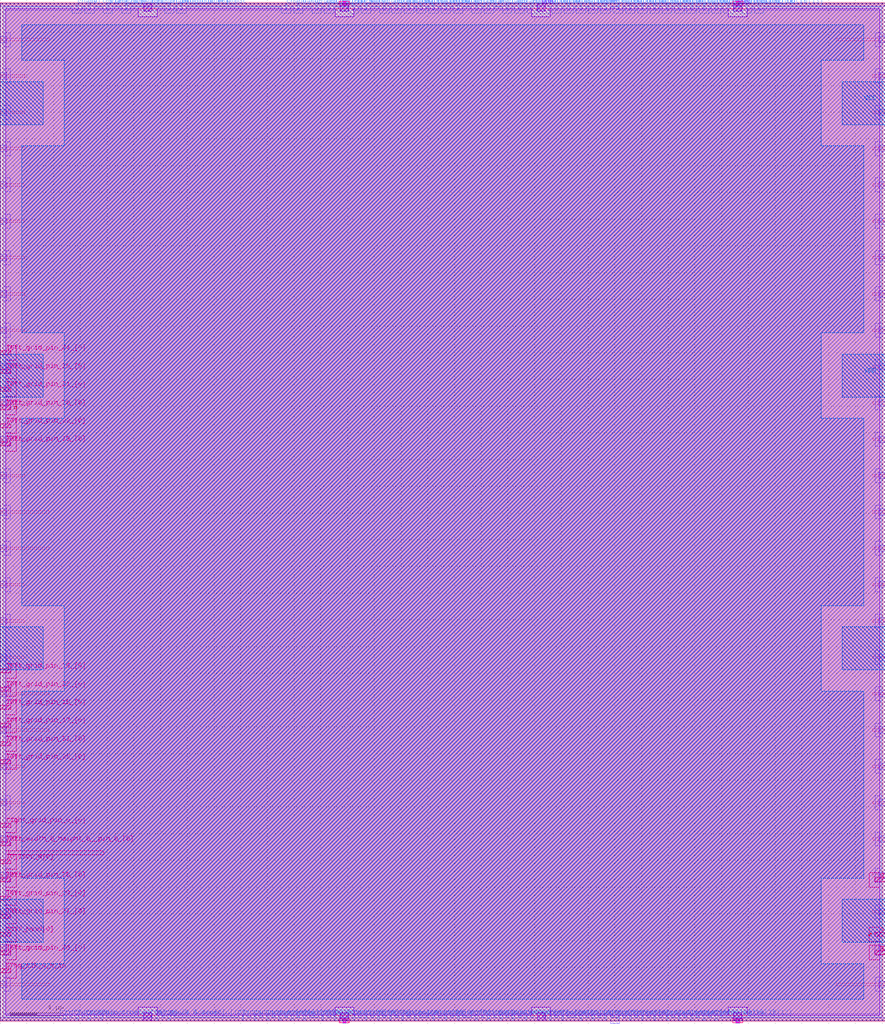
<source format=lef>
VERSION 5.7 ;
BUSBITCHARS "[]" ;

UNITS
  DATABASE MICRONS 1000 ;
END UNITS

MANUFACTURINGGRID 0.005 ;

LAYER li1
  TYPE ROUTING ;
  DIRECTION VERTICAL ;
  PITCH 0.46 ;
  WIDTH 0.17 ;
END li1

LAYER mcon
  TYPE CUT ;
END mcon

LAYER met1
  TYPE ROUTING ;
  DIRECTION HORIZONTAL ;
  PITCH 0.34 ;
  WIDTH 0.14 ;
END met1

LAYER via
  TYPE CUT ;
END via

LAYER met2
  TYPE ROUTING ;
  DIRECTION VERTICAL ;
  PITCH 0.46 ;
  WIDTH 0.14 ;
END met2

LAYER via2
  TYPE CUT ;
END via2

LAYER met3
  TYPE ROUTING ;
  DIRECTION HORIZONTAL ;
  PITCH 0.68 ;
  WIDTH 0.3 ;
END met3

LAYER via3
  TYPE CUT ;
END via3

LAYER met4
  TYPE ROUTING ;
  DIRECTION VERTICAL ;
  PITCH 0.92 ;
  WIDTH 0.3 ;
END met4

LAYER via4
  TYPE CUT ;
END via4

LAYER met5
  TYPE ROUTING ;
  DIRECTION HORIZONTAL ;
  PITCH 3.4 ;
  WIDTH 1.6 ;
END met5

LAYER nwell
  TYPE MASTERSLICE ;
END nwell

LAYER pwell
  TYPE MASTERSLICE ;
END pwell

LAYER OVERLAP
  TYPE OVERLAP ;
END OVERLAP

VIA L1M1_PR
  LAYER li1 ;
    RECT -0.085 -0.085 0.085 0.085 ;
  LAYER mcon ;
    RECT -0.085 -0.085 0.085 0.085 ;
  LAYER met1 ;
    RECT -0.145 -0.115 0.145 0.115 ;
END L1M1_PR

VIA L1M1_PR_R
  LAYER li1 ;
    RECT -0.085 -0.085 0.085 0.085 ;
  LAYER mcon ;
    RECT -0.085 -0.085 0.085 0.085 ;
  LAYER met1 ;
    RECT -0.115 -0.145 0.115 0.145 ;
END L1M1_PR_R

VIA L1M1_PR_M
  LAYER li1 ;
    RECT -0.085 -0.085 0.085 0.085 ;
  LAYER mcon ;
    RECT -0.085 -0.085 0.085 0.085 ;
  LAYER met1 ;
    RECT -0.115 -0.145 0.115 0.145 ;
END L1M1_PR_M

VIA L1M1_PR_MR
  LAYER li1 ;
    RECT -0.085 -0.085 0.085 0.085 ;
  LAYER mcon ;
    RECT -0.085 -0.085 0.085 0.085 ;
  LAYER met1 ;
    RECT -0.145 -0.115 0.145 0.115 ;
END L1M1_PR_MR

VIA L1M1_PR_C
  LAYER li1 ;
    RECT -0.085 -0.085 0.085 0.085 ;
  LAYER mcon ;
    RECT -0.085 -0.085 0.085 0.085 ;
  LAYER met1 ;
    RECT -0.145 -0.145 0.145 0.145 ;
END L1M1_PR_C

VIA M1M2_PR
  LAYER met1 ;
    RECT -0.16 -0.13 0.16 0.13 ;
  LAYER via ;
    RECT -0.075 -0.075 0.075 0.075 ;
  LAYER met2 ;
    RECT -0.13 -0.16 0.13 0.16 ;
END M1M2_PR

VIA M1M2_PR_Enc
  LAYER met1 ;
    RECT -0.16 -0.13 0.16 0.13 ;
  LAYER via ;
    RECT -0.075 -0.075 0.075 0.075 ;
  LAYER met2 ;
    RECT -0.16 -0.13 0.16 0.13 ;
END M1M2_PR_Enc

VIA M1M2_PR_R
  LAYER met1 ;
    RECT -0.13 -0.16 0.13 0.16 ;
  LAYER via ;
    RECT -0.075 -0.075 0.075 0.075 ;
  LAYER met2 ;
    RECT -0.16 -0.13 0.16 0.13 ;
END M1M2_PR_R

VIA M1M2_PR_R_Enc
  LAYER met1 ;
    RECT -0.13 -0.16 0.13 0.16 ;
  LAYER via ;
    RECT -0.075 -0.075 0.075 0.075 ;
  LAYER met2 ;
    RECT -0.13 -0.16 0.13 0.16 ;
END M1M2_PR_R_Enc

VIA M1M2_PR_M
  LAYER met1 ;
    RECT -0.16 -0.13 0.16 0.13 ;
  LAYER via ;
    RECT -0.075 -0.075 0.075 0.075 ;
  LAYER met2 ;
    RECT -0.16 -0.13 0.16 0.13 ;
END M1M2_PR_M

VIA M1M2_PR_M_Enc
  LAYER met1 ;
    RECT -0.16 -0.13 0.16 0.13 ;
  LAYER via ;
    RECT -0.075 -0.075 0.075 0.075 ;
  LAYER met2 ;
    RECT -0.13 -0.16 0.13 0.16 ;
END M1M2_PR_M_Enc

VIA M1M2_PR_MR
  LAYER met1 ;
    RECT -0.13 -0.16 0.13 0.16 ;
  LAYER via ;
    RECT -0.075 -0.075 0.075 0.075 ;
  LAYER met2 ;
    RECT -0.13 -0.16 0.13 0.16 ;
END M1M2_PR_MR

VIA M1M2_PR_MR_Enc
  LAYER met1 ;
    RECT -0.13 -0.16 0.13 0.16 ;
  LAYER via ;
    RECT -0.075 -0.075 0.075 0.075 ;
  LAYER met2 ;
    RECT -0.16 -0.13 0.16 0.13 ;
END M1M2_PR_MR_Enc

VIA M1M2_PR_C
  LAYER met1 ;
    RECT -0.16 -0.16 0.16 0.16 ;
  LAYER via ;
    RECT -0.075 -0.075 0.075 0.075 ;
  LAYER met2 ;
    RECT -0.16 -0.16 0.16 0.16 ;
END M1M2_PR_C

VIA M2M3_PR
  LAYER met2 ;
    RECT -0.14 -0.185 0.14 0.185 ;
  LAYER via2 ;
    RECT -0.1 -0.1 0.1 0.1 ;
  LAYER met3 ;
    RECT -0.165 -0.165 0.165 0.165 ;
END M2M3_PR

VIA M2M3_PR_R
  LAYER met2 ;
    RECT -0.185 -0.14 0.185 0.14 ;
  LAYER via2 ;
    RECT -0.1 -0.1 0.1 0.1 ;
  LAYER met3 ;
    RECT -0.165 -0.165 0.165 0.165 ;
END M2M3_PR_R

VIA M2M3_PR_M
  LAYER met2 ;
    RECT -0.14 -0.185 0.14 0.185 ;
  LAYER via2 ;
    RECT -0.1 -0.1 0.1 0.1 ;
  LAYER met3 ;
    RECT -0.165 -0.165 0.165 0.165 ;
END M2M3_PR_M

VIA M2M3_PR_MR
  LAYER met2 ;
    RECT -0.185 -0.14 0.185 0.14 ;
  LAYER via2 ;
    RECT -0.1 -0.1 0.1 0.1 ;
  LAYER met3 ;
    RECT -0.165 -0.165 0.165 0.165 ;
END M2M3_PR_MR

VIA M2M3_PR_C
  LAYER met2 ;
    RECT -0.185 -0.185 0.185 0.185 ;
  LAYER via2 ;
    RECT -0.1 -0.1 0.1 0.1 ;
  LAYER met3 ;
    RECT -0.165 -0.165 0.165 0.165 ;
END M2M3_PR_C

VIA M3M4_PR
  LAYER met3 ;
    RECT -0.19 -0.16 0.19 0.16 ;
  LAYER via3 ;
    RECT -0.1 -0.1 0.1 0.1 ;
  LAYER met4 ;
    RECT -0.165 -0.165 0.165 0.165 ;
END M3M4_PR

VIA M3M4_PR_R
  LAYER met3 ;
    RECT -0.16 -0.19 0.16 0.19 ;
  LAYER via3 ;
    RECT -0.1 -0.1 0.1 0.1 ;
  LAYER met4 ;
    RECT -0.165 -0.165 0.165 0.165 ;
END M3M4_PR_R

VIA M3M4_PR_M
  LAYER met3 ;
    RECT -0.19 -0.16 0.19 0.16 ;
  LAYER via3 ;
    RECT -0.1 -0.1 0.1 0.1 ;
  LAYER met4 ;
    RECT -0.165 -0.165 0.165 0.165 ;
END M3M4_PR_M

VIA M3M4_PR_MR
  LAYER met3 ;
    RECT -0.16 -0.19 0.16 0.19 ;
  LAYER via3 ;
    RECT -0.1 -0.1 0.1 0.1 ;
  LAYER met4 ;
    RECT -0.165 -0.165 0.165 0.165 ;
END M3M4_PR_MR

VIA M3M4_PR_C
  LAYER met3 ;
    RECT -0.19 -0.19 0.19 0.19 ;
  LAYER via3 ;
    RECT -0.1 -0.1 0.1 0.1 ;
  LAYER met4 ;
    RECT -0.165 -0.165 0.165 0.165 ;
END M3M4_PR_C

VIA M4M5_PR
  LAYER met4 ;
    RECT -0.59 -0.59 0.59 0.59 ;
  LAYER via4 ;
    RECT -0.4 -0.4 0.4 0.4 ;
  LAYER met5 ;
    RECT -0.71 -0.71 0.71 0.71 ;
END M4M5_PR

VIA M4M5_PR_R
  LAYER met4 ;
    RECT -0.59 -0.59 0.59 0.59 ;
  LAYER via4 ;
    RECT -0.4 -0.4 0.4 0.4 ;
  LAYER met5 ;
    RECT -0.71 -0.71 0.71 0.71 ;
END M4M5_PR_R

VIA M4M5_PR_M
  LAYER met4 ;
    RECT -0.59 -0.59 0.59 0.59 ;
  LAYER via4 ;
    RECT -0.4 -0.4 0.4 0.4 ;
  LAYER met5 ;
    RECT -0.71 -0.71 0.71 0.71 ;
END M4M5_PR_M

VIA M4M5_PR_MR
  LAYER met4 ;
    RECT -0.59 -0.59 0.59 0.59 ;
  LAYER via4 ;
    RECT -0.4 -0.4 0.4 0.4 ;
  LAYER met5 ;
    RECT -0.71 -0.71 0.71 0.71 ;
END M4M5_PR_MR

VIA M4M5_PR_C
  LAYER met4 ;
    RECT -0.59 -0.59 0.59 0.59 ;
  LAYER via4 ;
    RECT -0.4 -0.4 0.4 0.4 ;
  LAYER met5 ;
    RECT -0.71 -0.71 0.71 0.71 ;
END M4M5_PR_C

SITE unit
  CLASS CORE ;
  SYMMETRY Y ;
  SIZE 0.46 BY 2.72 ;
END unit

SITE unithddbl
  CLASS CORE ;
  SIZE 0.46 BY 5.44 ;
END unithddbl

MACRO cby_2__1_
  CLASS BLOCK ;
  ORIGIN 0 0 ;
  SIZE 66.24 BY 76.16 ;
  SYMMETRY X Y ;
  PIN chany_bottom_in[0]
    DIRECTION INPUT ;
    USE SIGNAL ;
    PORT
      LAYER met2 ;
        RECT 50.76 0 50.9 0.485 ;
    END
  END chany_bottom_in[0]
  PIN chany_bottom_in[1]
    DIRECTION INPUT ;
    USE SIGNAL ;
    PORT
      LAYER met2 ;
        RECT 18.1 0 18.24 0.485 ;
    END
  END chany_bottom_in[1]
  PIN chany_bottom_in[2]
    DIRECTION INPUT ;
    USE SIGNAL ;
    PORT
      LAYER met2 ;
        RECT 49.84 0 49.98 0.485 ;
    END
  END chany_bottom_in[2]
  PIN chany_bottom_in[3]
    DIRECTION INPUT ;
    USE SIGNAL ;
    PORT
      LAYER met2 ;
        RECT 51.68 0 51.82 0.485 ;
    END
  END chany_bottom_in[3]
  PIN chany_bottom_in[4]
    DIRECTION INPUT ;
    USE SIGNAL ;
    PORT
      LAYER met2 ;
        RECT 34.2 0 34.34 0.485 ;
    END
  END chany_bottom_in[4]
  PIN chany_bottom_in[5]
    DIRECTION INPUT ;
    USE SIGNAL ;
    PORT
      LAYER met2 ;
        RECT 20.86 0 21 0.485 ;
    END
  END chany_bottom_in[5]
  PIN chany_bottom_in[6]
    DIRECTION INPUT ;
    USE SIGNAL ;
    PORT
      LAYER met2 ;
        RECT 29.14 0 29.28 0.485 ;
    END
  END chany_bottom_in[6]
  PIN chany_bottom_in[7]
    DIRECTION INPUT ;
    USE SIGNAL ;
    PORT
      LAYER met2 ;
        RECT 52.6 0 52.74 0.485 ;
    END
  END chany_bottom_in[7]
  PIN chany_bottom_in[8]
    DIRECTION INPUT ;
    USE SIGNAL ;
    PORT
      LAYER met2 ;
        RECT 41.1 0 41.24 0.485 ;
    END
  END chany_bottom_in[8]
  PIN chany_bottom_in[9]
    DIRECTION INPUT ;
    USE SIGNAL ;
    PORT
      LAYER met2 ;
        RECT 30.06 0 30.2 0.485 ;
    END
  END chany_bottom_in[9]
  PIN chany_bottom_in[10]
    DIRECTION INPUT ;
    USE SIGNAL ;
    PORT
      LAYER met2 ;
        RECT 21.78 0 21.92 0.485 ;
    END
  END chany_bottom_in[10]
  PIN chany_bottom_in[11]
    DIRECTION INPUT ;
    USE SIGNAL ;
    PORT
      LAYER met2 ;
        RECT 35.58 0 35.72 0.485 ;
    END
  END chany_bottom_in[11]
  PIN chany_bottom_in[12]
    DIRECTION INPUT ;
    USE SIGNAL ;
    PORT
      LAYER met2 ;
        RECT 12.58 0 12.72 0.485 ;
    END
  END chany_bottom_in[12]
  PIN chany_bottom_in[13]
    DIRECTION INPUT ;
    USE SIGNAL ;
    PORT
      LAYER met2 ;
        RECT 53.52 0 53.66 0.485 ;
    END
  END chany_bottom_in[13]
  PIN chany_bottom_in[14]
    DIRECTION INPUT ;
    USE SIGNAL ;
    PORT
      LAYER met2 ;
        RECT 25 0 25.14 0.485 ;
    END
  END chany_bottom_in[14]
  PIN chany_bottom_in[15]
    DIRECTION INPUT ;
    USE SIGNAL ;
    PORT
      LAYER met2 ;
        RECT 24.08 0 24.22 0.485 ;
    END
  END chany_bottom_in[15]
  PIN chany_bottom_in[16]
    DIRECTION INPUT ;
    USE SIGNAL ;
    PORT
      LAYER met2 ;
        RECT 6.6 0 6.74 0.485 ;
    END
  END chany_bottom_in[16]
  PIN chany_bottom_in[17]
    DIRECTION INPUT ;
    USE SIGNAL ;
    PORT
      LAYER met2 ;
        RECT 46.16 0 46.3 0.485 ;
    END
  END chany_bottom_in[17]
  PIN chany_bottom_in[18]
    DIRECTION INPUT ;
    USE SIGNAL ;
    PORT
      LAYER met2 ;
        RECT 7.52 0 7.66 0.485 ;
    END
  END chany_bottom_in[18]
  PIN chany_bottom_in[19]
    DIRECTION INPUT ;
    USE SIGNAL ;
    PORT
      LAYER met2 ;
        RECT 45.24 0 45.38 0.485 ;
    END
  END chany_bottom_in[19]
  PIN chany_top_in[0]
    DIRECTION INPUT ;
    USE SIGNAL ;
    PORT
      LAYER met2 ;
        RECT 12.58 75.675 12.72 76.16 ;
    END
  END chany_top_in[0]
  PIN chany_top_in[1]
    DIRECTION INPUT ;
    USE SIGNAL ;
    PORT
      LAYER met2 ;
        RECT 48.92 75.675 49.06 76.16 ;
    END
  END chany_top_in[1]
  PIN chany_top_in[2]
    DIRECTION INPUT ;
    USE SIGNAL ;
    PORT
      LAYER met2 ;
        RECT 5.68 75.675 5.82 76.16 ;
    END
  END chany_top_in[2]
  PIN chany_top_in[3]
    DIRECTION INPUT ;
    USE SIGNAL ;
    PORT
      LAYER met2 ;
        RECT 36.5 75.675 36.64 76.16 ;
    END
  END chany_top_in[3]
  PIN chany_top_in[4]
    DIRECTION INPUT ;
    USE SIGNAL ;
    PORT
      LAYER met2 ;
        RECT 39.72 75.675 39.86 76.16 ;
    END
  END chany_top_in[4]
  PIN chany_top_in[5]
    DIRECTION INPUT ;
    USE SIGNAL ;
    PORT
      LAYER met2 ;
        RECT 23.62 75.675 23.76 76.16 ;
    END
  END chany_top_in[5]
  PIN chany_top_in[6]
    DIRECTION INPUT ;
    USE SIGNAL ;
    PORT
      LAYER met2 ;
        RECT 41.56 75.675 41.7 76.16 ;
    END
  END chany_top_in[6]
  PIN chany_top_in[7]
    DIRECTION INPUT ;
    USE SIGNAL ;
    PORT
      LAYER met2 ;
        RECT 42.48 75.675 42.62 76.16 ;
    END
  END chany_top_in[7]
  PIN chany_top_in[8]
    DIRECTION INPUT ;
    USE SIGNAL ;
    PORT
      LAYER met2 ;
        RECT 33.28 75.675 33.42 76.16 ;
    END
  END chany_top_in[8]
  PIN chany_top_in[9]
    DIRECTION INPUT ;
    USE SIGNAL ;
    PORT
      LAYER met2 ;
        RECT 24.54 75.675 24.68 76.16 ;
    END
  END chany_top_in[9]
  PIN chany_top_in[10]
    DIRECTION INPUT ;
    USE SIGNAL ;
    PORT
      LAYER met2 ;
        RECT 9.36 75.675 9.5 76.16 ;
    END
  END chany_top_in[10]
  PIN chany_top_in[11]
    DIRECTION INPUT ;
    USE SIGNAL ;
    PORT
      LAYER met2 ;
        RECT 35.58 75.675 35.72 76.16 ;
    END
  END chany_top_in[11]
  PIN chany_top_in[12]
    DIRECTION INPUT ;
    USE SIGNAL ;
    PORT
      LAYER met2 ;
        RECT 34.2 75.675 34.34 76.16 ;
    END
  END chany_top_in[12]
  PIN chany_top_in[13]
    DIRECTION INPUT ;
    USE SIGNAL ;
    PORT
      LAYER met2 ;
        RECT 56.74 75.675 56.88 76.16 ;
    END
  END chany_top_in[13]
  PIN chany_top_in[14]
    DIRECTION INPUT ;
    USE SIGNAL ;
    PORT
      LAYER met2 ;
        RECT 30.52 75.675 30.66 76.16 ;
    END
  END chany_top_in[14]
  PIN chany_top_in[15]
    DIRECTION INPUT ;
    USE SIGNAL ;
    PORT
      LAYER met2 ;
        RECT 32.36 75.675 32.5 76.16 ;
    END
  END chany_top_in[15]
  PIN chany_top_in[16]
    DIRECTION INPUT ;
    USE SIGNAL ;
    PORT
      LAYER met2 ;
        RECT 22.24 75.675 22.38 76.16 ;
    END
  END chany_top_in[16]
  PIN chany_top_in[17]
    DIRECTION INPUT ;
    USE SIGNAL ;
    PORT
      LAYER met2 ;
        RECT 47.08 75.675 47.22 76.16 ;
    END
  END chany_top_in[17]
  PIN chany_top_in[18]
    DIRECTION INPUT ;
    USE SIGNAL ;
    PORT
      LAYER met2 ;
        RECT 7.98 75.675 8.12 76.16 ;
    END
  END chany_top_in[18]
  PIN chany_top_in[19]
    DIRECTION INPUT ;
    USE SIGNAL ;
    PORT
      LAYER met2 ;
        RECT 46.16 75.675 46.3 76.16 ;
    END
  END chany_top_in[19]
  PIN ccff_head[0]
    DIRECTION INPUT ;
    USE SIGNAL ;
    PORT
      LAYER met3 ;
        RECT 0 6.31 0.8 6.61 ;
    END
  END ccff_head[0]
  PIN chany_bottom_out[0]
    DIRECTION OUTPUT ;
    USE SIGNAL ;
    PORT
      LAYER met2 ;
        RECT 30.98 0 31.12 0.485 ;
    END
  END chany_bottom_out[0]
  PIN chany_bottom_out[1]
    DIRECTION OUTPUT ;
    USE SIGNAL ;
    PORT
      LAYER met2 ;
        RECT 33.28 0 33.42 0.485 ;
    END
  END chany_bottom_out[1]
  PIN chany_bottom_out[2]
    DIRECTION OUTPUT ;
    USE SIGNAL ;
    PORT
      LAYER met2 ;
        RECT 39.26 0 39.4 0.485 ;
    END
  END chany_bottom_out[2]
  PIN chany_bottom_out[3]
    DIRECTION OUTPUT ;
    USE SIGNAL ;
    PORT
      LAYER met2 ;
        RECT 44.32 0 44.46 0.485 ;
    END
  END chany_bottom_out[3]
  PIN chany_bottom_out[4]
    DIRECTION OUTPUT ;
    USE SIGNAL ;
    PORT
      LAYER met2 ;
        RECT 37.42 0 37.56 0.485 ;
    END
  END chany_bottom_out[4]
  PIN chany_bottom_out[5]
    DIRECTION OUTPUT ;
    USE SIGNAL ;
    PORT
      LAYER met2 ;
        RECT 42.02 0 42.16 0.485 ;
    END
  END chany_bottom_out[5]
  PIN chany_bottom_out[6]
    DIRECTION OUTPUT ;
    USE SIGNAL ;
    PORT
      LAYER met2 ;
        RECT 26.38 0 26.52 0.485 ;
    END
  END chany_bottom_out[6]
  PIN chany_bottom_out[7]
    DIRECTION OUTPUT ;
    USE SIGNAL ;
    PORT
      LAYER met2 ;
        RECT 27.3 0 27.44 0.485 ;
    END
  END chany_bottom_out[7]
  PIN chany_bottom_out[8]
    DIRECTION OUTPUT ;
    USE SIGNAL ;
    PORT
      LAYER met2 ;
        RECT 19.94 0 20.08 0.485 ;
    END
  END chany_bottom_out[8]
  PIN chany_bottom_out[9]
    DIRECTION OUTPUT ;
    USE SIGNAL ;
    PORT
      LAYER met2 ;
        RECT 40.18 0 40.32 0.485 ;
    END
  END chany_bottom_out[9]
  PIN chany_bottom_out[10]
    DIRECTION OUTPUT ;
    USE SIGNAL ;
    PORT
      LAYER met2 ;
        RECT 38.34 0 38.48 0.485 ;
    END
  END chany_bottom_out[10]
  PIN chany_bottom_out[11]
    DIRECTION OUTPUT ;
    USE SIGNAL ;
    PORT
      LAYER met2 ;
        RECT 48.92 0 49.06 0.485 ;
    END
  END chany_bottom_out[11]
  PIN chany_bottom_out[12]
    DIRECTION OUTPUT ;
    USE SIGNAL ;
    PORT
      LAYER met2 ;
        RECT 36.5 0 36.64 0.485 ;
    END
  END chany_bottom_out[12]
  PIN chany_bottom_out[13]
    DIRECTION OUTPUT ;
    USE SIGNAL ;
    PORT
      LAYER met2 ;
        RECT 47.08 0 47.22 0.485 ;
    END
  END chany_bottom_out[13]
  PIN chany_bottom_out[14]
    DIRECTION OUTPUT ;
    USE SIGNAL ;
    PORT
      LAYER met2 ;
        RECT 28.22 0 28.36 0.485 ;
    END
  END chany_bottom_out[14]
  PIN chany_bottom_out[15]
    DIRECTION OUTPUT ;
    USE SIGNAL ;
    PORT
      LAYER met2 ;
        RECT 32.36 0 32.5 0.485 ;
    END
  END chany_bottom_out[15]
  PIN chany_bottom_out[16]
    DIRECTION OUTPUT ;
    USE SIGNAL ;
    PORT
      LAYER met2 ;
        RECT 22.7 0 22.84 0.485 ;
    END
  END chany_bottom_out[16]
  PIN chany_bottom_out[17]
    DIRECTION OUTPUT ;
    USE SIGNAL ;
    PORT
      LAYER met2 ;
        RECT 48 0 48.14 0.485 ;
    END
  END chany_bottom_out[17]
  PIN chany_bottom_out[18]
    DIRECTION OUTPUT ;
    USE SIGNAL ;
    PORT
      LAYER met2 ;
        RECT 19.02 0 19.16 0.485 ;
    END
  END chany_bottom_out[18]
  PIN chany_bottom_out[19]
    DIRECTION OUTPUT ;
    USE SIGNAL ;
    PORT
      LAYER met2 ;
        RECT 43.4 0 43.54 0.485 ;
    END
  END chany_bottom_out[19]
  PIN chany_top_out[0]
    DIRECTION OUTPUT ;
    USE SIGNAL ;
    PORT
      LAYER met2 ;
        RECT 44.32 75.675 44.46 76.16 ;
    END
  END chany_top_out[0]
  PIN chany_top_out[1]
    DIRECTION OUTPUT ;
    USE SIGNAL ;
    PORT
      LAYER met2 ;
        RECT 55.82 75.675 55.96 76.16 ;
    END
  END chany_top_out[1]
  PIN chany_top_out[2]
    DIRECTION OUTPUT ;
    USE SIGNAL ;
    PORT
      LAYER met2 ;
        RECT 31.44 75.675 31.58 76.16 ;
    END
  END chany_top_out[2]
  PIN chany_top_out[3]
    DIRECTION OUTPUT ;
    USE SIGNAL ;
    PORT
      LAYER met2 ;
        RECT 54.44 75.675 54.58 76.16 ;
    END
  END chany_top_out[3]
  PIN chany_top_out[4]
    DIRECTION OUTPUT ;
    USE SIGNAL ;
    PORT
      LAYER met2 ;
        RECT 38.8 75.675 38.94 76.16 ;
    END
  END chany_top_out[4]
  PIN chany_top_out[5]
    DIRECTION OUTPUT ;
    USE SIGNAL ;
    PORT
      LAYER met2 ;
        RECT 50.76 75.675 50.9 76.16 ;
    END
  END chany_top_out[5]
  PIN chany_top_out[6]
    DIRECTION OUTPUT ;
    USE SIGNAL ;
    PORT
      LAYER met2 ;
        RECT 29.6 75.675 29.74 76.16 ;
    END
  END chany_top_out[6]
  PIN chany_top_out[7]
    DIRECTION OUTPUT ;
    USE SIGNAL ;
    PORT
      LAYER met2 ;
        RECT 48 75.675 48.14 76.16 ;
    END
  END chany_top_out[7]
  PIN chany_top_out[8]
    DIRECTION OUTPUT ;
    USE SIGNAL ;
    PORT
      LAYER met2 ;
        RECT 37.88 75.675 38.02 76.16 ;
    END
  END chany_top_out[8]
  PIN chany_top_out[9]
    DIRECTION OUTPUT ;
    USE SIGNAL ;
    PORT
      LAYER met2 ;
        RECT 43.4 75.675 43.54 76.16 ;
    END
  END chany_top_out[9]
  PIN chany_top_out[10]
    DIRECTION OUTPUT ;
    USE SIGNAL ;
    PORT
      LAYER met2 ;
        RECT 26.38 75.675 26.52 76.16 ;
    END
  END chany_top_out[10]
  PIN chany_top_out[11]
    DIRECTION OUTPUT ;
    USE SIGNAL ;
    PORT
      LAYER met2 ;
        RECT 45.24 75.675 45.38 76.16 ;
    END
  END chany_top_out[11]
  PIN chany_top_out[12]
    DIRECTION OUTPUT ;
    USE SIGNAL ;
    PORT
      LAYER met2 ;
        RECT 49.84 75.675 49.98 76.16 ;
    END
  END chany_top_out[12]
  PIN chany_top_out[13]
    DIRECTION OUTPUT ;
    USE SIGNAL ;
    PORT
      LAYER met2 ;
        RECT 52.6 75.675 52.74 76.16 ;
    END
  END chany_top_out[13]
  PIN chany_top_out[14]
    DIRECTION OUTPUT ;
    USE SIGNAL ;
    PORT
      LAYER met2 ;
        RECT 28.68 75.675 28.82 76.16 ;
    END
  END chany_top_out[14]
  PIN chany_top_out[15]
    DIRECTION OUTPUT ;
    USE SIGNAL ;
    PORT
      LAYER met2 ;
        RECT 40.64 75.675 40.78 76.16 ;
    END
  END chany_top_out[15]
  PIN chany_top_out[16]
    DIRECTION OUTPUT ;
    USE SIGNAL ;
    PORT
      LAYER met2 ;
        RECT 21.32 75.675 21.46 76.16 ;
    END
  END chany_top_out[16]
  PIN chany_top_out[17]
    DIRECTION OUTPUT ;
    USE SIGNAL ;
    PORT
      LAYER met2 ;
        RECT 51.68 75.675 51.82 76.16 ;
    END
  END chany_top_out[17]
  PIN chany_top_out[18]
    DIRECTION OUTPUT ;
    USE SIGNAL ;
    PORT
      LAYER met2 ;
        RECT 27.3 75.675 27.44 76.16 ;
    END
  END chany_top_out[18]
  PIN chany_top_out[19]
    DIRECTION OUTPUT ;
    USE SIGNAL ;
    PORT
      LAYER met2 ;
        RECT 53.52 75.675 53.66 76.16 ;
    END
  END chany_top_out[19]
  PIN right_grid_pin_0_[0]
    DIRECTION OUTPUT ;
    USE SIGNAL ;
    PORT
      LAYER met3 ;
        RECT 0 14.47 0.8 14.77 ;
    END
  END right_grid_pin_0_[0]
  PIN left_grid_pin_16_[0]
    DIRECTION OUTPUT ;
    USE SIGNAL ;
    PORT
      LAYER met3 ;
        RECT 0 26.03 0.8 26.33 ;
    END
  END left_grid_pin_16_[0]
  PIN left_grid_pin_17_[0]
    DIRECTION OUTPUT ;
    USE SIGNAL ;
    PORT
      LAYER met3 ;
        RECT 0 21.95 0.8 22.25 ;
    END
  END left_grid_pin_17_[0]
  PIN left_grid_pin_18_[0]
    DIRECTION OUTPUT ;
    USE SIGNAL ;
    PORT
      LAYER met3 ;
        RECT 0 23.31 0.8 23.61 ;
    END
  END left_grid_pin_18_[0]
  PIN left_grid_pin_19_[0]
    DIRECTION OUTPUT ;
    USE SIGNAL ;
    PORT
      LAYER met3 ;
        RECT 0 43.03 0.8 43.33 ;
    END
  END left_grid_pin_19_[0]
  PIN left_grid_pin_20_[0]
    DIRECTION OUTPUT ;
    USE SIGNAL ;
    PORT
      LAYER met3 ;
        RECT 0 45.75 0.8 46.05 ;
    END
  END left_grid_pin_20_[0]
  PIN left_grid_pin_21_[0]
    DIRECTION OUTPUT ;
    USE SIGNAL ;
    PORT
      LAYER met3 ;
        RECT 0 47.11 0.8 47.41 ;
    END
  END left_grid_pin_21_[0]
  PIN left_grid_pin_22_[0]
    DIRECTION OUTPUT ;
    USE SIGNAL ;
    PORT
      LAYER met3 ;
        RECT 0 44.39 0.8 44.69 ;
    END
  END left_grid_pin_22_[0]
  PIN left_grid_pin_23_[0]
    DIRECTION OUTPUT ;
    USE SIGNAL ;
    PORT
      LAYER met3 ;
        RECT 0 24.67 0.8 24.97 ;
    END
  END left_grid_pin_23_[0]
  PIN left_grid_pin_24_[0]
    DIRECTION OUTPUT ;
    USE SIGNAL ;
    PORT
      LAYER met3 ;
        RECT 0 49.83 0.8 50.13 ;
    END
  END left_grid_pin_24_[0]
  PIN left_grid_pin_25_[0]
    DIRECTION OUTPUT ;
    USE SIGNAL ;
    PORT
      LAYER met3 ;
        RECT 0 19.23 0.8 19.53 ;
    END
  END left_grid_pin_25_[0]
  PIN left_grid_pin_26_[0]
    DIRECTION OUTPUT ;
    USE SIGNAL ;
    PORT
      LAYER met3 ;
        RECT 0 4.95 0.8 5.25 ;
    END
  END left_grid_pin_26_[0]
  PIN left_grid_pin_27_[0]
    DIRECTION OUTPUT ;
    USE SIGNAL ;
    PORT
      LAYER met3 ;
        RECT 0 7.67 0.8 7.97 ;
    END
  END left_grid_pin_27_[0]
  PIN left_grid_pin_28_[0]
    DIRECTION OUTPUT ;
    USE SIGNAL ;
    PORT
      LAYER met3 ;
        RECT 0 10.39 0.8 10.69 ;
    END
  END left_grid_pin_28_[0]
  PIN left_grid_pin_29_[0]
    DIRECTION OUTPUT ;
    USE SIGNAL ;
    PORT
      LAYER met3 ;
        RECT 0 9.03 0.8 9.33 ;
    END
  END left_grid_pin_29_[0]
  PIN left_grid_pin_30_[0]
    DIRECTION OUTPUT ;
    USE SIGNAL ;
    PORT
      LAYER met3 ;
        RECT 0 48.47 0.8 48.77 ;
    END
  END left_grid_pin_30_[0]
  PIN left_grid_pin_31_[0]
    DIRECTION OUTPUT ;
    USE SIGNAL ;
    PORT
      LAYER met3 ;
        RECT 0 20.59 0.8 20.89 ;
    END
  END left_grid_pin_31_[0]
  PIN ccff_tail[0]
    DIRECTION OUTPUT ;
    USE SIGNAL ;
    PORT
      LAYER met2 ;
        RECT 4.76 0 4.9 0.485 ;
    END
  END ccff_tail[0]
  PIN IO_ISOL_N[0]
    DIRECTION INPUT ;
    USE SIGNAL ;
    PORT
      LAYER met3 ;
        RECT 0 11.75 0.8 12.05 ;
    END
  END IO_ISOL_N[0]
  PIN gfpga_pad_EMBEDDED_IO_HD_SOC_IN[0]
    DIRECTION INPUT ;
    USE SIGNAL ;
    PORT
      LAYER met3 ;
        RECT 65.44 10.39 66.24 10.69 ;
    END
  END gfpga_pad_EMBEDDED_IO_HD_SOC_IN[0]
  PIN gfpga_pad_EMBEDDED_IO_HD_SOC_OUT[0]
    DIRECTION OUTPUT ;
    USE SIGNAL ;
    PORT
      LAYER met3 ;
        RECT 65.44 6.31 66.24 6.61 ;
    END
  END gfpga_pad_EMBEDDED_IO_HD_SOC_OUT[0]
  PIN gfpga_pad_EMBEDDED_IO_HD_SOC_DIR[0]
    DIRECTION OUTPUT ;
    USE SIGNAL ;
    PORT
      LAYER met3 ;
        RECT 65.44 4.95 66.24 5.25 ;
    END
  END gfpga_pad_EMBEDDED_IO_HD_SOC_DIR[0]
  PIN left_width_0_height_0__pin_0_[0]
    DIRECTION INPUT ;
    USE SIGNAL ;
    PORT
      LAYER met3 ;
        RECT 0 13.11 0.8 13.41 ;
    END
  END left_width_0_height_0__pin_0_[0]
  PIN left_width_0_height_0__pin_1_upper[0]
    DIRECTION OUTPUT ;
    USE SIGNAL ;
    PORT
      LAYER met2 ;
        RECT 6.6 75.675 6.74 76.16 ;
    END
  END left_width_0_height_0__pin_1_upper[0]
  PIN left_width_0_height_0__pin_1_lower[0]
    DIRECTION OUTPUT ;
    USE SIGNAL ;
    PORT
      LAYER met2 ;
        RECT 5.68 0 5.82 0.485 ;
    END
  END left_width_0_height_0__pin_1_lower[0]
  PIN prog_clk_0_W_in
    DIRECTION INPUT ;
    USE CLOCK ;
    PORT
      LAYER met3 ;
        RECT 0 3.59 0.8 3.89 ;
    END
  END prog_clk_0_W_in
  PIN prog_clk_0_S_out
    DIRECTION OUTPUT ;
    USE CLOCK ;
    PORT
      LAYER met2 ;
        RECT 11.66 0 11.8 0.485 ;
    END
  END prog_clk_0_S_out
  PIN prog_clk_0_N_out
    DIRECTION OUTPUT ;
    USE CLOCK ;
    PORT
      LAYER met2 ;
        RECT 13.5 75.675 13.64 76.16 ;
    END
  END prog_clk_0_N_out
  PIN VDD
    DIRECTION INPUT ;
    USE POWER ;
    PORT
      LAYER met1 ;
        RECT 0 2.48 0.48 2.96 ;
        RECT 65.76 2.48 66.24 2.96 ;
        RECT 0 7.92 0.48 8.4 ;
        RECT 65.76 7.92 66.24 8.4 ;
        RECT 0 13.36 0.48 13.84 ;
        RECT 65.76 13.36 66.24 13.84 ;
        RECT 0 18.8 0.48 19.28 ;
        RECT 65.76 18.8 66.24 19.28 ;
        RECT 0 24.24 0.48 24.72 ;
        RECT 65.76 24.24 66.24 24.72 ;
        RECT 0 29.68 0.48 30.16 ;
        RECT 65.76 29.68 66.24 30.16 ;
        RECT 0 35.12 0.48 35.6 ;
        RECT 65.76 35.12 66.24 35.6 ;
        RECT 0 40.56 0.48 41.04 ;
        RECT 65.76 40.56 66.24 41.04 ;
        RECT 0 46 0.48 46.48 ;
        RECT 65.76 46 66.24 46.48 ;
        RECT 0 51.44 0.48 51.92 ;
        RECT 65.76 51.44 66.24 51.92 ;
        RECT 0 56.88 0.48 57.36 ;
        RECT 65.76 56.88 66.24 57.36 ;
        RECT 0 62.32 0.48 62.8 ;
        RECT 65.76 62.32 66.24 62.8 ;
        RECT 0 67.76 0.48 68.24 ;
        RECT 65.76 67.76 66.24 68.24 ;
        RECT 0 73.2 0.48 73.68 ;
        RECT 65.76 73.2 66.24 73.68 ;
      LAYER met4 ;
        RECT 10.74 0 11.34 0.6 ;
        RECT 40.18 0 40.78 0.6 ;
        RECT 10.74 75.56 11.34 76.16 ;
        RECT 40.18 75.56 40.78 76.16 ;
      LAYER met5 ;
        RECT 0 5.88 3.2 9.08 ;
        RECT 63.04 5.88 66.24 9.08 ;
        RECT 0 46.68 3.2 49.88 ;
        RECT 63.04 46.68 66.24 49.88 ;
    END
  END VDD
  PIN VSS
    DIRECTION INPUT ;
    USE GROUND ;
    PORT
      LAYER met1 ;
        RECT 0 0 45.4 0.24 ;
        RECT 46.6 0 66.24 0.24 ;
        RECT 0 5.2 0.48 5.68 ;
        RECT 65.76 5.2 66.24 5.68 ;
        RECT 0 10.64 0.48 11.12 ;
        RECT 65.76 10.64 66.24 11.12 ;
        RECT 0 16.08 0.48 16.56 ;
        RECT 65.76 16.08 66.24 16.56 ;
        RECT 0 21.52 0.48 22 ;
        RECT 65.76 21.52 66.24 22 ;
        RECT 0 26.96 0.48 27.44 ;
        RECT 65.76 26.96 66.24 27.44 ;
        RECT 0 32.4 0.48 32.88 ;
        RECT 65.76 32.4 66.24 32.88 ;
        RECT 0 37.84 0.48 38.32 ;
        RECT 65.76 37.84 66.24 38.32 ;
        RECT 0 43.28 0.48 43.76 ;
        RECT 65.76 43.28 66.24 43.76 ;
        RECT 0 48.72 0.48 49.2 ;
        RECT 65.76 48.72 66.24 49.2 ;
        RECT 0 54.16 0.48 54.64 ;
        RECT 65.76 54.16 66.24 54.64 ;
        RECT 0 59.6 0.48 60.08 ;
        RECT 65.76 59.6 66.24 60.08 ;
        RECT 0 65.04 0.48 65.52 ;
        RECT 65.76 65.04 66.24 65.52 ;
        RECT 0 70.48 0.48 70.96 ;
        RECT 65.76 70.48 66.24 70.96 ;
        RECT 0 75.92 45.4 76.16 ;
        RECT 46.6 75.92 66.24 76.16 ;
      LAYER met4 ;
        RECT 25.46 0 26.06 0.6 ;
        RECT 54.9 0 55.5 0.6 ;
        RECT 25.46 75.56 26.06 76.16 ;
        RECT 54.9 75.56 55.5 76.16 ;
      LAYER met5 ;
        RECT 0 26.28 3.2 29.48 ;
        RECT 63.04 26.28 66.24 29.48 ;
        RECT 0 67.08 3.2 70.28 ;
        RECT 63.04 67.08 66.24 70.28 ;
    END
  END VSS
  OBS
    LAYER met2 ;
      RECT 55.06 75.975 55.34 76.345 ;
      RECT 25.62 75.975 25.9 76.345 ;
      RECT 55.06 -0.185 55.34 0.185 ;
      RECT 25.62 -0.185 25.9 0.185 ;
      POLYGON 65.96 75.88 65.96 0.28 53.94 0.28 53.94 0.765 53.24 0.765 53.24 0.28 53.02 0.28 53.02 0.765 52.32 0.765 52.32 0.28 52.1 0.28 52.1 0.765 51.4 0.765 51.4 0.28 51.18 0.28 51.18 0.765 50.48 0.765 50.48 0.28 50.26 0.28 50.26 0.765 49.56 0.765 49.56 0.28 49.34 0.28 49.34 0.765 48.64 0.765 48.64 0.28 48.42 0.28 48.42 0.765 47.72 0.765 47.72 0.28 47.5 0.28 47.5 0.765 46.8 0.765 46.8 0.28 46.58 0.28 46.58 0.765 45.88 0.765 45.88 0.28 45.66 0.28 45.66 0.765 44.96 0.765 44.96 0.28 44.74 0.28 44.74 0.765 44.04 0.765 44.04 0.28 43.82 0.28 43.82 0.765 43.12 0.765 43.12 0.28 42.44 0.28 42.44 0.765 41.74 0.765 41.74 0.28 41.52 0.28 41.52 0.765 40.82 0.765 40.82 0.28 40.6 0.28 40.6 0.765 39.9 0.765 39.9 0.28 39.68 0.28 39.68 0.765 38.98 0.765 38.98 0.28 38.76 0.28 38.76 0.765 38.06 0.765 38.06 0.28 37.84 0.28 37.84 0.765 37.14 0.765 37.14 0.28 36.92 0.28 36.92 0.765 36.22 0.765 36.22 0.28 36 0.28 36 0.765 35.3 0.765 35.3 0.28 34.62 0.28 34.62 0.765 33.92 0.765 33.92 0.28 33.7 0.28 33.7 0.765 33 0.765 33 0.28 32.78 0.28 32.78 0.765 32.08 0.765 32.08 0.28 31.4 0.28 31.4 0.765 30.7 0.765 30.7 0.28 30.48 0.28 30.48 0.765 29.78 0.765 29.78 0.28 29.56 0.28 29.56 0.765 28.86 0.765 28.86 0.28 28.64 0.28 28.64 0.765 27.94 0.765 27.94 0.28 27.72 0.28 27.72 0.765 27.02 0.765 27.02 0.28 26.8 0.28 26.8 0.765 26.1 0.765 26.1 0.28 25.42 0.28 25.42 0.765 24.72 0.765 24.72 0.28 24.5 0.28 24.5 0.765 23.8 0.765 23.8 0.28 23.12 0.28 23.12 0.765 22.42 0.765 22.42 0.28 22.2 0.28 22.2 0.765 21.5 0.765 21.5 0.28 21.28 0.28 21.28 0.765 20.58 0.765 20.58 0.28 20.36 0.28 20.36 0.765 19.66 0.765 19.66 0.28 19.44 0.28 19.44 0.765 18.74 0.765 18.74 0.28 18.52 0.28 18.52 0.765 17.82 0.765 17.82 0.28 13 0.28 13 0.765 12.3 0.765 12.3 0.28 12.08 0.28 12.08 0.765 11.38 0.765 11.38 0.28 7.94 0.28 7.94 0.765 7.24 0.765 7.24 0.28 7.02 0.28 7.02 0.765 6.32 0.765 6.32 0.28 6.1 0.28 6.1 0.765 5.4 0.765 5.4 0.28 5.18 0.28 5.18 0.765 4.48 0.765 4.48 0.28 0.28 0.28 0.28 75.88 5.4 75.88 5.4 75.395 6.1 75.395 6.1 75.88 6.32 75.88 6.32 75.395 7.02 75.395 7.02 75.88 7.7 75.88 7.7 75.395 8.4 75.395 8.4 75.88 9.08 75.88 9.08 75.395 9.78 75.395 9.78 75.88 12.3 75.88 12.3 75.395 13 75.395 13 75.88 13.22 75.88 13.22 75.395 13.92 75.395 13.92 75.88 21.04 75.88 21.04 75.395 21.74 75.395 21.74 75.88 21.96 75.88 21.96 75.395 22.66 75.395 22.66 75.88 23.34 75.88 23.34 75.395 24.04 75.395 24.04 75.88 24.26 75.88 24.26 75.395 24.96 75.395 24.96 75.88 26.1 75.88 26.1 75.395 26.8 75.395 26.8 75.88 27.02 75.88 27.02 75.395 27.72 75.395 27.72 75.88 28.4 75.88 28.4 75.395 29.1 75.395 29.1 75.88 29.32 75.88 29.32 75.395 30.02 75.395 30.02 75.88 30.24 75.88 30.24 75.395 30.94 75.395 30.94 75.88 31.16 75.88 31.16 75.395 31.86 75.395 31.86 75.88 32.08 75.88 32.08 75.395 32.78 75.395 32.78 75.88 33 75.88 33 75.395 33.7 75.395 33.7 75.88 33.92 75.88 33.92 75.395 34.62 75.395 34.62 75.88 35.3 75.88 35.3 75.395 36 75.395 36 75.88 36.22 75.88 36.22 75.395 36.92 75.395 36.92 75.88 37.6 75.88 37.6 75.395 38.3 75.395 38.3 75.88 38.52 75.88 38.52 75.395 39.22 75.395 39.22 75.88 39.44 75.88 39.44 75.395 40.14 75.395 40.14 75.88 40.36 75.88 40.36 75.395 41.06 75.395 41.06 75.88 41.28 75.88 41.28 75.395 41.98 75.395 41.98 75.88 42.2 75.88 42.2 75.395 42.9 75.395 42.9 75.88 43.12 75.88 43.12 75.395 43.82 75.395 43.82 75.88 44.04 75.88 44.04 75.395 44.74 75.395 44.74 75.88 44.96 75.88 44.96 75.395 45.66 75.395 45.66 75.88 45.88 75.88 45.88 75.395 46.58 75.395 46.58 75.88 46.8 75.88 46.8 75.395 47.5 75.395 47.5 75.88 47.72 75.88 47.72 75.395 48.42 75.395 48.42 75.88 48.64 75.88 48.64 75.395 49.34 75.395 49.34 75.88 49.56 75.88 49.56 75.395 50.26 75.395 50.26 75.88 50.48 75.88 50.48 75.395 51.18 75.395 51.18 75.88 51.4 75.88 51.4 75.395 52.1 75.395 52.1 75.88 52.32 75.88 52.32 75.395 53.02 75.395 53.02 75.88 53.24 75.88 53.24 75.395 53.94 75.395 53.94 75.88 54.16 75.88 54.16 75.395 54.86 75.395 54.86 75.88 55.54 75.88 55.54 75.395 56.24 75.395 56.24 75.88 56.46 75.88 56.46 75.395 57.16 75.395 57.16 75.88 ;
    LAYER met3 ;
      POLYGON 55.365 76.325 55.365 76.32 55.58 76.32 55.58 76 55.365 76 55.365 75.995 55.035 75.995 55.035 76 54.82 76 54.82 76.32 55.035 76.32 55.035 76.325 ;
      POLYGON 25.925 76.325 25.925 76.32 26.14 76.32 26.14 76 25.925 76 25.925 75.995 25.595 75.995 25.595 76 25.38 76 25.38 76.32 25.595 76.32 25.595 76.325 ;
      POLYGON 7.74 12.73 7.74 12.43 0.65 12.43 0.65 12.71 1.2 12.71 1.2 12.73 ;
      POLYGON 55.365 0.165 55.365 0.16 55.58 0.16 55.58 -0.16 55.365 -0.16 55.365 -0.165 55.035 -0.165 55.035 -0.16 54.82 -0.16 54.82 0.16 55.035 0.16 55.035 0.165 ;
      POLYGON 25.925 0.165 25.925 0.16 26.14 0.16 26.14 -0.16 25.925 -0.16 25.925 -0.165 25.595 -0.165 25.595 -0.16 25.38 -0.16 25.38 0.16 25.595 0.16 25.595 0.165 ;
      POLYGON 65.84 75.76 65.84 11.09 65.04 11.09 65.04 9.99 65.84 9.99 65.84 7.01 65.04 7.01 65.04 5.91 65.84 5.91 65.84 5.65 65.04 5.65 65.04 4.55 65.84 4.55 65.84 0.4 0.4 0.4 0.4 3.19 1.2 3.19 1.2 4.29 0.4 4.29 0.4 4.55 1.2 4.55 1.2 5.65 0.4 5.65 0.4 5.91 1.2 5.91 1.2 7.01 0.4 7.01 0.4 7.27 1.2 7.27 1.2 8.37 0.4 8.37 0.4 8.63 1.2 8.63 1.2 9.73 0.4 9.73 0.4 9.99 1.2 9.99 1.2 11.09 0.4 11.09 0.4 11.35 1.2 11.35 1.2 12.45 0.4 12.45 0.4 12.71 1.2 12.71 1.2 13.81 0.4 13.81 0.4 14.07 1.2 14.07 1.2 15.17 0.4 15.17 0.4 18.83 1.2 18.83 1.2 19.93 0.4 19.93 0.4 20.19 1.2 20.19 1.2 21.29 0.4 21.29 0.4 21.55 1.2 21.55 1.2 22.65 0.4 22.65 0.4 22.91 1.2 22.91 1.2 24.01 0.4 24.01 0.4 24.27 1.2 24.27 1.2 25.37 0.4 25.37 0.4 25.63 1.2 25.63 1.2 26.73 0.4 26.73 0.4 42.63 1.2 42.63 1.2 43.73 0.4 43.73 0.4 43.99 1.2 43.99 1.2 45.09 0.4 45.09 0.4 45.35 1.2 45.35 1.2 46.45 0.4 46.45 0.4 46.71 1.2 46.71 1.2 47.81 0.4 47.81 0.4 48.07 1.2 48.07 1.2 49.17 0.4 49.17 0.4 49.43 1.2 49.43 1.2 50.53 0.4 50.53 0.4 75.76 ;
    LAYER met5 ;
      POLYGON 64.64 74.56 64.64 71.88 61.44 71.88 61.44 65.48 64.64 65.48 64.64 51.48 61.44 51.48 61.44 45.08 64.64 45.08 64.64 31.08 61.44 31.08 61.44 24.68 64.64 24.68 64.64 10.68 61.44 10.68 61.44 4.28 64.64 4.28 64.64 1.6 1.6 1.6 1.6 4.28 4.8 4.28 4.8 10.68 1.6 10.68 1.6 24.68 4.8 24.68 4.8 31.08 1.6 31.08 1.6 45.08 4.8 45.08 4.8 51.48 1.6 51.48 1.6 65.48 4.8 65.48 4.8 71.88 1.6 71.88 1.6 74.56 ;
    LAYER met4 ;
      POLYGON 65.84 75.76 65.84 0.4 55.9 0.4 55.9 1 54.5 1 54.5 0.4 41.18 0.4 41.18 1 39.78 1 39.78 0.4 26.46 0.4 26.46 1 25.06 1 25.06 0.4 11.74 0.4 11.74 1 10.34 1 10.34 0.4 0.4 0.4 0.4 75.76 10.34 75.76 10.34 75.16 11.74 75.16 11.74 75.76 25.06 75.76 25.06 75.16 26.46 75.16 26.46 75.76 39.78 75.76 39.78 75.16 41.18 75.16 41.18 75.76 54.5 75.76 54.5 75.16 55.9 75.16 55.9 75.76 ;
    LAYER met1 ;
      RECT 45.68 75.92 46.32 76.4 ;
      RECT 45.68 -0.24 46.32 0.24 ;
      POLYGON 46.32 75.88 46.32 75.64 65.96 75.64 65.96 73.96 65.48 73.96 65.48 72.92 65.96 72.92 65.96 71.24 65.48 71.24 65.48 70.2 65.96 70.2 65.96 68.52 65.48 68.52 65.48 67.48 65.96 67.48 65.96 65.8 65.48 65.8 65.48 64.76 65.96 64.76 65.96 63.08 65.48 63.08 65.48 62.04 65.96 62.04 65.96 60.36 65.48 60.36 65.48 59.32 65.96 59.32 65.96 57.64 65.48 57.64 65.48 56.6 65.96 56.6 65.96 54.92 65.48 54.92 65.48 53.88 65.96 53.88 65.96 52.2 65.48 52.2 65.48 51.16 65.96 51.16 65.96 49.48 65.48 49.48 65.48 48.44 65.96 48.44 65.96 46.76 65.48 46.76 65.48 45.72 65.96 45.72 65.96 44.04 65.48 44.04 65.48 43 65.96 43 65.96 41.32 65.48 41.32 65.48 40.28 65.96 40.28 65.96 38.6 65.48 38.6 65.48 37.56 65.96 37.56 65.96 35.88 65.48 35.88 65.48 34.84 65.96 34.84 65.96 33.16 65.48 33.16 65.48 32.12 65.96 32.12 65.96 30.44 65.48 30.44 65.48 29.4 65.96 29.4 65.96 27.72 65.48 27.72 65.48 26.68 65.96 26.68 65.96 25 65.48 25 65.48 23.96 65.96 23.96 65.96 22.28 65.48 22.28 65.48 21.24 65.96 21.24 65.96 19.56 65.48 19.56 65.48 18.52 65.96 18.52 65.96 16.84 65.48 16.84 65.48 15.8 65.96 15.8 65.96 14.12 65.48 14.12 65.48 13.08 65.96 13.08 65.96 11.4 65.48 11.4 65.48 10.36 65.96 10.36 65.96 8.68 65.48 8.68 65.48 7.64 65.96 7.64 65.96 5.96 65.48 5.96 65.48 4.92 65.96 4.92 65.96 3.24 65.48 3.24 65.48 2.2 65.96 2.2 65.96 0.52 46.32 0.52 46.32 0.28 45.68 0.28 45.68 0.52 0.28 0.52 0.28 2.2 0.76 2.2 0.76 3.24 0.28 3.24 0.28 4.92 0.76 4.92 0.76 5.96 0.28 5.96 0.28 7.64 0.76 7.64 0.76 8.68 0.28 8.68 0.28 10.36 0.76 10.36 0.76 11.4 0.28 11.4 0.28 13.08 0.76 13.08 0.76 14.12 0.28 14.12 0.28 15.8 0.76 15.8 0.76 16.84 0.28 16.84 0.28 18.52 0.76 18.52 0.76 19.56 0.28 19.56 0.28 21.24 0.76 21.24 0.76 22.28 0.28 22.28 0.28 23.96 0.76 23.96 0.76 25 0.28 25 0.28 26.68 0.76 26.68 0.76 27.72 0.28 27.72 0.28 29.4 0.76 29.4 0.76 30.44 0.28 30.44 0.28 32.12 0.76 32.12 0.76 33.16 0.28 33.16 0.28 34.84 0.76 34.84 0.76 35.88 0.28 35.88 0.28 37.56 0.76 37.56 0.76 38.6 0.28 38.6 0.28 40.28 0.76 40.28 0.76 41.32 0.28 41.32 0.28 43 0.76 43 0.76 44.04 0.28 44.04 0.28 45.72 0.76 45.72 0.76 46.76 0.28 46.76 0.28 48.44 0.76 48.44 0.76 49.48 0.28 49.48 0.28 51.16 0.76 51.16 0.76 52.2 0.28 52.2 0.28 53.88 0.76 53.88 0.76 54.92 0.28 54.92 0.28 56.6 0.76 56.6 0.76 57.64 0.28 57.64 0.28 59.32 0.76 59.32 0.76 60.36 0.28 60.36 0.28 62.04 0.76 62.04 0.76 63.08 0.28 63.08 0.28 64.76 0.76 64.76 0.76 65.8 0.28 65.8 0.28 67.48 0.76 67.48 0.76 68.52 0.28 68.52 0.28 70.2 0.76 70.2 0.76 71.24 0.28 71.24 0.28 72.92 0.76 72.92 0.76 73.96 0.28 73.96 0.28 75.64 45.68 75.64 45.68 75.88 ;
    LAYER li1 ;
      RECT 0 76.075 66.24 76.245 ;
      RECT 62.56 73.355 66.24 73.525 ;
      RECT 0 73.355 3.68 73.525 ;
      RECT 65.32 70.635 66.24 70.805 ;
      RECT 0 70.635 1.84 70.805 ;
      RECT 65.32 67.915 66.24 68.085 ;
      RECT 0 67.915 1.84 68.085 ;
      RECT 65.32 65.195 66.24 65.365 ;
      RECT 0 65.195 1.84 65.365 ;
      RECT 65.32 62.475 66.24 62.645 ;
      RECT 0 62.475 1.84 62.645 ;
      RECT 65.32 59.755 66.24 59.925 ;
      RECT 0 59.755 1.84 59.925 ;
      RECT 65.32 57.035 66.24 57.205 ;
      RECT 0 57.035 1.84 57.205 ;
      RECT 65.32 54.315 66.24 54.485 ;
      RECT 0 54.315 1.84 54.485 ;
      RECT 65.32 51.595 66.24 51.765 ;
      RECT 0 51.595 1.84 51.765 ;
      RECT 65.32 48.875 66.24 49.045 ;
      RECT 0 48.875 1.84 49.045 ;
      RECT 65.32 46.155 66.24 46.325 ;
      RECT 0 46.155 1.84 46.325 ;
      RECT 65.32 43.435 66.24 43.605 ;
      RECT 0 43.435 1.84 43.605 ;
      RECT 65.32 40.715 66.24 40.885 ;
      RECT 0 40.715 1.84 40.885 ;
      RECT 65.32 37.995 66.24 38.165 ;
      RECT 0 37.995 3.68 38.165 ;
      RECT 65.32 35.275 66.24 35.445 ;
      RECT 0 35.275 3.68 35.445 ;
      RECT 65.32 32.555 66.24 32.725 ;
      RECT 0 32.555 1.84 32.725 ;
      RECT 65.32 29.835 66.24 30.005 ;
      RECT 0 29.835 1.84 30.005 ;
      RECT 65.32 27.115 66.24 27.285 ;
      RECT 0 27.115 1.84 27.285 ;
      RECT 65.32 24.395 66.24 24.565 ;
      RECT 0 24.395 3.68 24.565 ;
      RECT 65.32 21.675 66.24 21.845 ;
      RECT 0 21.675 3.68 21.845 ;
      RECT 65.32 18.955 66.24 19.125 ;
      RECT 0 18.955 1.84 19.125 ;
      RECT 65.32 16.235 66.24 16.405 ;
      RECT 0 16.235 1.84 16.405 ;
      RECT 65.32 13.515 66.24 13.685 ;
      RECT 0 13.515 1.84 13.685 ;
      RECT 65.32 10.795 66.24 10.965 ;
      RECT 0 10.795 1.84 10.965 ;
      RECT 65.32 8.075 66.24 8.245 ;
      RECT 0 8.075 1.84 8.245 ;
      RECT 65.32 5.355 66.24 5.525 ;
      RECT 0 5.355 3.68 5.525 ;
      RECT 62.56 2.635 66.24 2.805 ;
      RECT 0 2.635 3.68 2.805 ;
      RECT 0 -0.085 66.24 0.085 ;
      RECT 0.17 0.17 66.07 75.99 ;
    LAYER via ;
      RECT 55.125 76.085 55.275 76.235 ;
      RECT 25.685 76.085 25.835 76.235 ;
      RECT 55.125 -0.075 55.275 0.075 ;
      RECT 25.685 -0.075 25.835 0.075 ;
    LAYER via2 ;
      RECT 55.1 76.06 55.3 76.26 ;
      RECT 25.66 76.06 25.86 76.26 ;
      RECT 1.05 45.8 1.25 46 ;
      RECT 64.99 6.36 65.19 6.56 ;
      RECT 55.1 -0.1 55.3 0.1 ;
      RECT 25.66 -0.1 25.86 0.1 ;
    LAYER via3 ;
      RECT 55.1 76.06 55.3 76.26 ;
      RECT 25.66 76.06 25.86 76.26 ;
      RECT 55.1 -0.1 55.3 0.1 ;
      RECT 25.66 -0.1 25.86 0.1 ;
    LAYER OVERLAP ;
      POLYGON 0 0 0 76.16 66.24 76.16 66.24 0 ;
  END
END cby_2__1_

END LIBRARY

</source>
